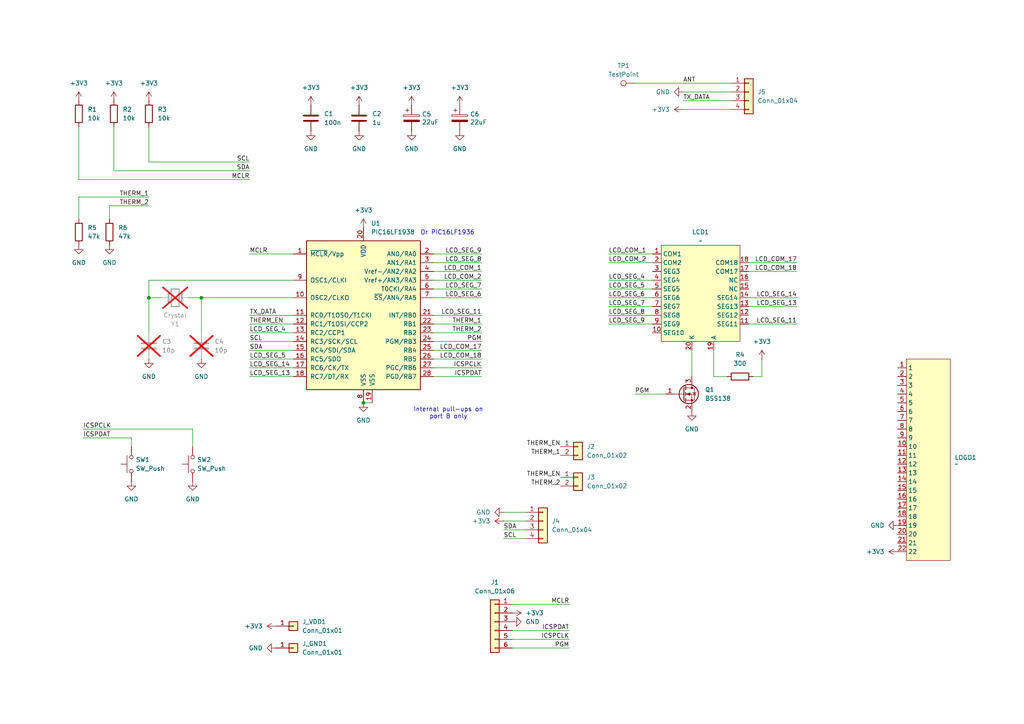
<source format=kicad_sch>
(kicad_sch (version 20231120) (generator "eeschema") (generator_version "8.0")
  (paper "A4")
  (title_block (title "LCD Thermometer PCB") (company "Nick Schollar"))
  (lib_symbols
    (symbol "Connector:TestPoint" (pin_numbers hide) (pin_names (offset 0.762) hide)
      (property "Reference" "TP" (at 0 6.858 0))
      (property "Value" "TestPoint" (at 0 5.08 0))
      (symbol "TestPoint_0_1"
        (circle (center 0 3.302) (radius 0.762))
      )
      (symbol "TestPoint_1_1"
        (pin passive line (at 0 0 90) (length 2.54) (name "1") (number "1"))
      )
    )
    (symbol "Connector_Generic:Conn_01x01" (pin_names (offset 1.016) hide)
      (property "Reference" "J" (at 0 2.54 0))
      (property "Value" "Conn_01x01" (at 0 -2.54 0))
      (symbol "Conn_01x01_1_1"
        (rectangle (start -1.27 0.127) (end 0 -0.127) (stroke (width 0.1524)))
        (rectangle (start -1.27 1.27) (end 1.27 -1.27) (stroke (width 0.254)) (fill (type background)))
        (pin passive line (at -5.08 0 0) (length 3.81) (name "Pin_1") (number "1"))
      )
    )
    (symbol "Connector_Generic:Conn_01x02" (pin_names (offset 1.016) hide)
      (property "Reference" "J" (at 0 2.54 0))
      (property "Value" "Conn_01x02" (at 0 -5.08 0))
      (symbol "Conn_01x02_1_1"
        (rectangle (start -1.27 -2.413) (end 0 -2.667) (stroke (width 0.1524)))
        (rectangle (start -1.27 0.127) (end 0 -0.127) (stroke (width 0.1524)))
        (rectangle (start -1.27 1.27) (end 1.27 -3.81) (stroke (width 0.254)) (fill (type background)))
        (pin passive line (at -5.08 0 0) (length 3.81) (name "Pin_1") (number "1"))
        (pin passive line (at -5.08 -2.54 0) (length 3.81) (name "Pin_2") (number "2"))
      )
    )
    (symbol "Connector_Generic:Conn_01x04" (pin_names (offset 1.016) hide)
      (property "Reference" "J" (at 0 5.08 0))
      (property "Value" "Conn_01x04" (at 0 -7.62 0))
      (symbol "Conn_01x04_1_1"
        (rectangle (start -1.27 -4.953) (end 0 -5.207) (stroke (width 0.1524)))
        (rectangle (start -1.27 -2.413) (end 0 -2.667) (stroke (width 0.1524)))
        (rectangle (start -1.27 0.127) (end 0 -0.127) (stroke (width 0.1524)))
        (rectangle (start -1.27 2.667) (end 0 2.413) (stroke (width 0.1524)))
        (rectangle (start -1.27 3.81) (end 1.27 -6.35) (stroke (width 0.254)) (fill (type background)))
        (pin passive line (at -5.08 2.54 0) (length 3.81) (name "Pin_1") (number "1"))
        (pin passive line (at -5.08 0 0) (length 3.81) (name "Pin_2") (number "2"))
        (pin passive line (at -5.08 -2.54 0) (length 3.81) (name "Pin_3") (number "3"))
        (pin passive line (at -5.08 -5.08 0) (length 3.81) (name "Pin_4") (number "4"))
      )
    )
    (symbol "Connector_Generic:Conn_01x06" (pin_names (offset 1.016) hide)
      (property "Reference" "J" (at 0 7.62 0))
      (property "Value" "Conn_01x06" (at 0 -10.16 0))
      (symbol "Conn_01x06_1_1"
        (rectangle (start -1.27 -7.493) (end 0 -7.747) (stroke (width 0.1524)))
        (rectangle (start -1.27 -4.953) (end 0 -5.207) (stroke (width 0.1524)))
        (rectangle (start -1.27 -2.413) (end 0 -2.667) (stroke (width 0.1524)))
        (rectangle (start -1.27 0.127) (end 0 -0.127) (stroke (width 0.1524)))
        (rectangle (start -1.27 2.667) (end 0 2.413) (stroke (width 0.1524)))
        (rectangle (start -1.27 5.207) (end 0 4.953) (stroke (width 0.1524)))
        (rectangle (start -1.27 6.35) (end 1.27 -8.89) (stroke (width 0.254)) (fill (type background)))
        (pin passive line (at -5.08 5.08 0) (length 3.81) (name "Pin_1") (number "1"))
        (pin passive line (at -5.08 2.54 0) (length 3.81) (name "Pin_2") (number "2"))
        (pin passive line (at -5.08 0 0) (length 3.81) (name "Pin_3") (number "3"))
        (pin passive line (at -5.08 -2.54 0) (length 3.81) (name "Pin_4") (number "4"))
        (pin passive line (at -5.08 -5.08 0) (length 3.81) (name "Pin_5") (number "5"))
        (pin passive line (at -5.08 -7.62 0) (length 3.81) (name "Pin_6") (number "6"))
      )
    )
    (symbol "Custom_LCDs:Kemo_2_4_DGL_Three_Digit_LCD"
      (property "Reference" "LCD" (at 0.254 15.494 0))
      (symbol "Kemo_2_4_DGL_Three_Digit_LCD_0_0"
        (pin unspecified line (at -13.97 11.43 0) (length 2.54) (name "COM1") (number "1"))
        (pin unspecified line (at -13.97 -11.43 0) (length 2.54) (name "SEG10") (number "10"))
        (pin unspecified line (at 13.97 -8.89 180) (length 2.54) (name "SEG11") (number "11"))
        (pin unspecified line (at 13.97 -6.35 180) (length 2.54) (name "SEG12") (number "12"))
        (pin unspecified line (at 13.97 -3.81 180) (length 2.54) (name "SEG13") (number "13"))
        (pin unspecified line (at 13.97 -1.27 180) (length 2.54) (name "SEG14") (number "14"))
        (pin unspecified line (at 13.97 1.27 180) (length 2.54) (name "NC") (number "15"))
        (pin unspecified line (at 13.97 3.81 180) (length 2.54) (name "NC") (number "16"))
        (pin unspecified line (at 13.97 6.35 180) (length 2.54) (name "COM17") (number "17"))
        (pin unspecified line (at 13.97 8.89 180) (length 2.54) (name "COM18") (number "18"))
        (pin unspecified line (at 3.81 -16.51 90) (length 2.54) (name "A") (number "19"))
        (pin unspecified line (at -13.97 8.89 0) (length 2.54) (name "COM2") (number "2"))
        (pin unspecified line (at -2.54 -16.51 90) (length 2.54) (name "K") (number "20"))
        (pin unspecified line (at -13.97 6.35 0) (length 2.54) (name "SEG3") (number "3"))
        (pin unspecified line (at -13.97 3.81 0) (length 2.54) (name "SEG4") (number "4"))
        (pin unspecified line (at -13.97 1.27 0) (length 2.54) (name "SEG5") (number "5"))
        (pin unspecified line (at -13.97 -1.27 0) (length 2.54) (name "SEG6") (number "6"))
        (pin unspecified line (at -13.97 -3.81 0) (length 2.54) (name "SEG7") (number "7"))
        (pin unspecified line (at -13.97 -6.35 0) (length 2.54) (name "SEG8") (number "8"))
        (pin unspecified line (at -13.97 -8.89 0) (length 2.54) (name "SEG9") (number "9"))
      )
      (symbol "Kemo_2_4_DGL_Three_Digit_LCD_0_1"
        (rectangle (start -11.43 13.97) (end 11.43 -13.97) (fill (type background)))
      )
    )
    (symbol "Custom_LCDs:LCD_DGL_Space_Filler"
      (property "Reference" "LOGO" (at 0 1.27 0))
      (symbol "LCD_DGL_Space_Filler_0_1"
        (rectangle (start -6.35 0) (end 6.35 -58.42) (fill (type background)))
      )
      (symbol "LCD_DGL_Space_Filler_1_1"
        (pin unspecified line (at -8.89 -2.54 0) (length 2.54) (name "1") (number "1"))
        (pin unspecified line (at -8.89 -25.4 0) (length 2.54) (name "10") (number "10"))
        (pin unspecified line (at -8.89 -27.94 0) (length 2.54) (name "11") (number "11"))
        (pin unspecified line (at -8.89 -30.48 0) (length 2.54) (name "12") (number "12"))
        (pin unspecified line (at -8.89 -33.02 0) (length 2.54) (name "13") (number "13"))
        (pin unspecified line (at -8.89 -35.56 0) (length 2.54) (name "14") (number "14"))
        (pin unspecified line (at -8.89 -38.1 0) (length 2.54) (name "15") (number "15"))
        (pin unspecified line (at -8.89 -40.64 0) (length 2.54) (name "16") (number "16"))
        (pin unspecified line (at -8.89 -43.18 0) (length 2.54) (name "17") (number "17"))
        (pin unspecified line (at -8.89 -45.72 0) (length 2.54) (name "18") (number "18"))
        (pin unspecified line (at -8.89 -48.26 0) (length 2.54) (name "19") (number "19"))
        (pin unspecified line (at -8.89 -5.08 0) (length 2.54) (name "2") (number "2"))
        (pin unspecified line (at -8.89 -50.8 0) (length 2.54) (name "20") (number "20"))
        (pin unspecified line (at -8.89 -53.34 0) (length 2.54) (name "21") (number "21"))
        (pin unspecified line (at -8.89 -55.88 0) (length 2.54) (name "22") (number "22"))
        (pin unspecified line (at -8.89 -7.62 0) (length 2.54) (name "3") (number "3"))
        (pin unspecified line (at -8.89 -10.16 0) (length 2.54) (name "4") (number "4"))
        (pin unspecified line (at -8.89 -12.7 0) (length 2.54) (name "5") (number "5"))
        (pin unspecified line (at -8.89 -15.24 0) (length 2.54) (name "6") (number "6"))
        (pin unspecified line (at -8.89 -17.78 0) (length 2.54) (name "7") (number "7"))
        (pin unspecified line (at -8.89 -20.32 0) (length 2.54) (name "8") (number "8"))
        (pin unspecified line (at -8.89 -22.86 0) (length 2.54) (name "9") (number "9"))
      )
    )
    (symbol "Device:C" (pin_numbers hide) (pin_names (offset 0.254))
      (property "Reference" "C" (at 0.635 2.54 0))
      (property "Value" "C" (at 0.635 -2.54 0))
      (symbol "C_0_1"
        (polyline (pts (xy -2.032 -0.762) (xy 2.032 -0.762)) (stroke (width 0.508)))
        (polyline (pts (xy -2.032 0.762) (xy 2.032 0.762)) (stroke (width 0.508)))
      )
      (symbol "C_1_1"
        (pin passive line (at 0 3.81 270) (length 2.794) (name "~") (number "1"))
        (pin passive line (at 0 -3.81 90) (length 2.794) (name "~") (number "2"))
      )
    )
    (symbol "Device:CP" (pin_numbers hide) (pin_names (offset 0.254))
      (property "Reference" "C" (at 0.635 2.54 0))
      (property "Value" "Device_CP" (at 0.635 -2.54 0))
      (symbol "CP_0_1"
        (rectangle (start -2.286 0.508) (end 2.286 1.016))
        (polyline (pts (xy -1.778 2.286) (xy -0.762 2.286)))
        (polyline (pts (xy -1.27 2.794) (xy -1.27 1.778)))
        (rectangle (start 2.286 -0.508) (end -2.286 -1.016) (fill (type outline)))
      )
      (symbol "CP_1_1"
        (pin passive line (at 0 3.81 270) (length 2.794) (name "~") (number "1"))
        (pin passive line (at 0 -3.81 90) (length 2.794) (name "~") (number "2"))
      )
    )
    (symbol "Device:Crystal" (pin_numbers hide) (pin_names (offset 1.016) hide)
      (property "Reference" "Y" (at 0 3.81 0))
      (property "Value" "Crystal" (at 0 -3.81 0))
      (symbol "Crystal_0_1"
        (rectangle (start -1.143 2.54) (end 1.143 -2.54) (stroke (width 0.3048)))
        (polyline (pts (xy -2.54 0) (xy -1.905 0)))
        (polyline (pts (xy -1.905 -1.27) (xy -1.905 1.27)) (stroke (width 0.508)))
        (polyline (pts (xy 1.905 -1.27) (xy 1.905 1.27)) (stroke (width 0.508)))
        (polyline (pts (xy 2.54 0) (xy 1.905 0)))
      )
      (symbol "Crystal_1_1"
        (pin passive line (at -3.81 0 0) (length 1.27) (name "1") (number "1"))
        (pin passive line (at 3.81 0 180) (length 1.27) (name "2") (number "2"))
      )
    )
    (symbol "Device:R" (pin_numbers hide) (pin_names (offset 0))
      (property "Reference" "R" (at 2.032 0 90))
      (property "Value" "R" (at 0 0 90))
      (symbol "R_0_1"
        (rectangle (start -1.016 -2.54) (end 1.016 2.54) (stroke (width 0.254)))
      )
      (symbol "R_1_1"
        (pin passive line (at 0 3.81 270) (length 1.27) (name "~") (number "1"))
        (pin passive line (at 0 -3.81 90) (length 1.27) (name "~") (number "2"))
      )
    )
    (symbol "MCU_Microchip_PIC16:PIC16F873-XXISO" (pin_names (offset 1.016))
      (property "Reference" "U" (at 2.54 25.4 0))
      (property "Value" "PIC16F873-XXISO" (at 2.54 22.86 0))
      (symbol "PIC16F873-XXISO_0_1"
        (rectangle (start -16.51 21.59) (end 16.51 -21.59) (stroke (width 0.254)) (fill (type background)))
      )
      (symbol "PIC16F873-XXISO_1_1"
        (pin input line (at -20.32 17.78 0) (length 3.81) (name "~{MCLR}/Vpp") (number "1"))
        (pin output line (at -20.32 5.08 0) (length 3.81) (name "OSC2/CLKO") (number "10"))
        (pin bidirectional line (at -20.32 0 0) (length 3.81) (name "RC0/T1OSO/T1CKI") (number "11"))
        (pin bidirectional line (at -20.32 -2.54 0) (length 3.81) (name "RC1/T1OSI/CCP2") (number "12"))
        (pin bidirectional line (at -20.32 -5.08 0) (length 3.81) (name "RC2/CCP1") (number "13"))
        (pin bidirectional line (at -20.32 -7.62 0) (length 3.81) (name "RC3/SCK/SCL") (number "14"))
        (pin bidirectional line (at -20.32 -10.16 0) (length 3.81) (name "RC4/SDI/SDA") (number "15"))
        (pin bidirectional line (at -20.32 -12.7 0) (length 3.81) (name "RC5/SDO") (number "16"))
        (pin bidirectional line (at -20.32 -15.24 0) (length 3.81) (name "RC6/CK/TX") (number "17"))
        (pin bidirectional line (at -20.32 -17.78 0) (length 3.81) (name "RC7/DT/RX") (number "18"))
        (pin power_in line (at 2.54 -25.4 90) (length 3.81) (name "VSS") (number "19"))
        (pin bidirectional line (at 20.32 17.78 180) (length 3.81) (name "AN0/RA0") (number "2"))
        (pin power_in line (at 0 25.4 270) (length 3.81) (name "VDD") (number "20"))
        (pin bidirectional line (at 20.32 0 180) (length 3.81) (name "INT/RB0") (number "21"))
        (pin bidirectional line (at 20.32 -2.54 180) (length 3.81) (name "RB1") (number "22"))
        (pin bidirectional line (at 20.32 -5.08 180) (length 3.81) (name "RB2") (number "23"))
        (pin bidirectional line (at 20.32 -7.62 180) (length 3.81) (name "PGM/RB3") (number "24"))
        (pin bidirectional line (at 20.32 -10.16 180) (length 3.81) (name "RB4") (number "25"))
        (pin bidirectional line (at 20.32 -12.7 180) (length 3.81) (name "RB5") (number "26"))
        (pin bidirectional line (at 20.32 -15.24 180) (length 3.81) (name "PGC/RB6") (number "27"))
        (pin bidirectional line (at 20.32 -17.78 180) (length 3.81) (name "PGD/RB7") (number "28"))
        (pin bidirectional line (at 20.32 15.24 180) (length 3.81) (name "AN1/RA1") (number "3"))
        (pin bidirectional line (at 20.32 12.7 180) (length 3.81) (name "Vref-/AN2/RA2") (number "4"))
        (pin bidirectional line (at 20.32 10.16 180) (length 3.81) (name "Vref+/AN3/RA3") (number "5"))
        (pin bidirectional line (at 20.32 7.62 180) (length 3.81) (name "T0CKI/RA4") (number "6"))
        (pin bidirectional line (at 20.32 5.08 180) (length 3.81) (name "~{SS}/AN4/RA5") (number "7"))
        (pin power_in line (at 0 -25.4 90) (length 3.81) (name "VSS") (number "8"))
        (pin input line (at -20.32 10.16 0) (length 3.81) (name "OSC1/CLKI") (number "9"))
      )
    )
    (symbol "Switch:SW_Push" (pin_numbers hide) (pin_names (offset 1.016) hide)
      (property "Reference" "SW" (at 1.27 2.54 0))
      (property "Value" "SW_Push" (at 0 -1.524 0))
      (symbol "SW_Push_0_1"
        (circle (center -2.032 0) (radius 0.508))
        (polyline (pts (xy 0 1.27) (xy 0 3.048)))
        (polyline (pts (xy 2.54 1.27) (xy -2.54 1.27)))
        (circle (center 2.032 0) (radius 0.508))
        (pin passive line (at -5.08 0 0) (length 2.54) (name "1") (number "1"))
        (pin passive line (at 5.08 0 180) (length 2.54) (name "2") (number "2"))
      )
    )
    (symbol "Transistor_FET:BSS138" (pin_names hide)
      (property "Reference" "Q" (at 5.08 1.905 0))
      (property "Value" "BSS138" (at 5.08 0 0))
      (symbol "BSS138_0_1"
        (polyline (pts (xy 0.254 0) (xy -2.54 0)))
        (polyline (pts (xy 0.254 1.905) (xy 0.254 -1.905)) (stroke (width 0.254)))
        (polyline (pts (xy 0.762 -1.27) (xy 0.762 -2.286)) (stroke (width 0.254)))
        (polyline (pts (xy 0.762 0.508) (xy 0.762 -0.508)) (stroke (width 0.254)))
        (polyline (pts (xy 0.762 2.286) (xy 0.762 1.27)) (stroke (width 0.254)))
        (polyline (pts (xy 2.54 2.54) (xy 2.54 1.778)))
        (polyline (pts (xy 2.54 -2.54) (xy 2.54 0) (xy 0.762 0)))
        (polyline (pts (xy 0.762 -1.778) (xy 3.302 -1.778) (xy 3.302 1.778) (xy 0.762 1.778)))
        (polyline (pts (xy 1.016 0) (xy 2.032 0.381) (xy 2.032 -0.381) (xy 1.016 0)) (fill (type outline)))
        (polyline (pts (xy 2.794 0.508) (xy 2.921 0.381) (xy 3.683 0.381) (xy 3.81 0.254)))
        (polyline (pts (xy 3.302 0.381) (xy 2.921 -0.254) (xy 3.683 -0.254) (xy 3.302 0.381)))
        (circle (center 1.651 0) (radius 2.794) (stroke (width 0.254)))
        (circle (center 2.54 -1.778) (radius 0.254) (fill (type outline)))
        (circle (center 2.54 1.778) (radius 0.254) (fill (type outline)))
      )
      (symbol "BSS138_1_1"
        (pin input line (at -5.08 0 0) (length 2.54) (name "G") (number "1"))
        (pin passive line (at 2.54 -5.08 90) (length 2.54) (name "S") (number "2"))
        (pin passive line (at 2.54 5.08 270) (length 2.54) (name "D") (number "3"))
      )
    )
    (symbol "power:+3V3" (power) (pin_numbers hide) (pin_names (offset 0) hide)
      (property "Value" "+3V3" (at 0 3.556 0))
      (symbol "+3V3_0_1"
        (polyline (pts (xy -0.762 1.27) (xy 0 2.54)))
        (polyline (pts (xy 0 0) (xy 0 2.54)))
        (polyline (pts (xy 0 2.54) (xy 0.762 1.27)))
      )
      (symbol "+3V3_1_1"
        (pin power_in line (at 0 0 90) (length 0) (name "~") (number "1"))
      )
    )
    (symbol "power:GND" (power) (pin_numbers hide) (pin_names (offset 0) hide)
      (property "Value" "GND" (at 0 -3.81 0))
      (symbol "GND_0_1"
        (polyline (pts (xy 0 0) (xy 0 -1.27) (xy 1.27 -1.27) (xy 0 -2.54) (xy -1.27 -1.27) (xy 0 -1.27)))
      )
      (symbol "GND_1_1"
        (pin power_in line (at 0 0 270) (length 0) (name "~") (number "1"))
      )
    )
  )
  (junction (at 105.41 116.84))
  (junction (at 58.42 86.36))
  (junction (at 43.18 86.36))
  (wire (pts (xy 43.18 46.99) (xy 43.18 36.83)))
  (wire (pts (xy 72.39 52.07) (xy 22.86 52.07)))
  (wire (pts (xy 72.39 46.99) (xy 43.18 46.99)))
  (wire (pts (xy 176.53 76.2) (xy 189.23 76.2)))
  (wire (pts (xy 43.18 59.69) (xy 31.75 59.69)))
  (wire (pts (xy 24.13 127) (xy 38.1 127)))
  (wire (pts (xy 184.15 114.3) (xy 193.04 114.3)))
  (wire (pts (xy 72.39 91.44) (xy 85.09 91.44)))
  (wire (pts (xy 22.86 57.15) (xy 22.86 63.5)))
  (wire (pts (xy 231.14 86.36) (xy 217.17 86.36)))
  (wire (pts (xy 72.39 109.22) (xy 85.09 109.22)))
  (wire (pts (xy 165.1 182.88) (xy 148.59 182.88)))
  (wire (pts (xy 22.86 52.07) (xy 22.86 36.83)))
  (wire (pts (xy 139.7 99.06) (xy 125.73 99.06)))
  (wire (pts (xy 22.86 57.15) (xy 43.18 57.15)))
  (wire (pts (xy 72.39 49.53) (xy 33.02 49.53)))
  (wire (pts (xy 207.01 109.22) (xy 207.01 101.6)))
  (wire (pts (xy 85.09 81.28) (xy 43.18 81.28)))
  (wire (pts (xy 58.42 86.36) (xy 85.09 86.36)))
  (wire (pts (xy 146.05 156.21) (xy 152.4 156.21)))
  (wire (pts (xy 139.7 93.98) (xy 125.73 93.98)))
  (wire (pts (xy 210.82 109.22) (xy 207.01 109.22)))
  (wire (pts (xy 139.7 81.28) (xy 125.73 81.28)))
  (wire (pts (xy 33.02 49.53) (xy 33.02 36.83)))
  (wire (pts (xy 72.39 93.98) (xy 85.09 93.98)))
  (wire (pts (xy 38.1 127) (xy 38.1 129.54)))
  (wire (pts (xy 54.61 86.36) (xy 58.42 86.36)))
  (wire (pts (xy 24.13 124.46) (xy 55.88 124.46)))
  (wire (pts (xy 72.39 101.6) (xy 85.09 101.6)))
  (wire (pts (xy 146.05 153.67) (xy 152.4 153.67)))
  (wire (pts (xy 200.66 101.6) (xy 200.66 109.22)))
  (wire (pts (xy 176.53 73.66) (xy 189.23 73.66)))
  (wire (pts (xy 220.98 109.22) (xy 218.44 109.22)))
  (wire (pts (xy 139.7 83.82) (xy 125.73 83.82)))
  (wire (pts (xy 231.14 76.2) (xy 217.17 76.2)))
  (wire (pts (xy 72.39 99.06) (xy 85.09 99.06)))
  (wire (pts (xy 198.12 26.67) (xy 212.09 26.67)))
  (wire (pts (xy 72.39 96.52) (xy 85.09 96.52)))
  (wire (pts (xy 176.53 91.44) (xy 189.23 91.44)))
  (wire (pts (xy 43.18 86.36) (xy 46.99 86.36)))
  (wire (pts (xy 139.7 86.36) (xy 125.73 86.36)))
  (wire (pts (xy 165.1 185.42) (xy 148.59 185.42)))
  (wire (pts (xy 43.18 86.36) (xy 43.18 96.52)))
  (wire (pts (xy 139.7 104.14) (xy 125.73 104.14)))
  (wire (pts (xy 105.41 116.84) (xy 107.95 116.84)))
  (wire (pts (xy 139.7 109.22) (xy 125.73 109.22)))
  (wire (pts (xy 139.7 73.66) (xy 125.73 73.66)))
  (wire (pts (xy 139.7 78.74) (xy 125.73 78.74)))
  (wire (pts (xy 231.14 78.74) (xy 217.17 78.74)))
  (wire (pts (xy 184.15 24.13) (xy 212.09 24.13)))
  (wire (pts (xy 176.53 88.9) (xy 189.23 88.9)))
  (wire (pts (xy 55.88 124.46) (xy 55.88 129.54)))
  (wire (pts (xy 139.7 101.6) (xy 125.73 101.6)))
  (wire (pts (xy 146.05 148.59) (xy 152.4 148.59)))
  (wire (pts (xy 231.14 93.98) (xy 217.17 93.98)))
  (wire (pts (xy 139.7 106.68) (xy 125.73 106.68)))
  (wire (pts (xy 72.39 104.14) (xy 85.09 104.14)))
  (wire (pts (xy 139.7 76.2) (xy 125.73 76.2)))
  (wire (pts (xy 176.53 83.82) (xy 189.23 83.82)))
  (wire (pts (xy 165.1 175.26) (xy 148.59 175.26)))
  (wire (pts (xy 231.14 88.9) (xy 217.17 88.9)))
  (wire (pts (xy 220.98 104.14) (xy 220.98 109.22)))
  (wire (pts (xy 176.53 93.98) (xy 189.23 93.98)))
  (wire (pts (xy 43.18 81.28) (xy 43.18 86.36)))
  (wire (pts (xy 176.53 81.28) (xy 189.23 81.28)))
  (wire (pts (xy 139.7 96.52) (xy 125.73 96.52)))
  (wire (pts (xy 139.7 91.44) (xy 125.73 91.44)))
  (wire (pts (xy 165.1 187.96) (xy 148.59 187.96)))
  (wire (pts (xy 72.39 73.66) (xy 85.09 73.66)))
  (wire (pts (xy 146.05 151.13) (xy 152.4 151.13)))
  (wire (pts (xy 198.12 29.21) (xy 212.09 29.21)))
  (wire (pts (xy 72.39 106.68) (xy 85.09 106.68)))
  (wire (pts (xy 58.42 86.36) (xy 58.42 96.52)))
  (wire (pts (xy 198.12 31.75) (xy 212.09 31.75)))
  (wire (pts (xy 176.53 86.36) (xy 189.23 86.36)))
  (wire (pts (xy 31.75 59.69) (xy 31.75 63.5)))
  (text "Or PIC16LF1936" (at 129.794 67.564 0) (effects (font (size 1.27 1.27))))
  (text "Internal pull-ups on\nport B only" (at 130.048 119.888 0) (effects (font (size 1.27 1.27))))
  (label "LCD_SEG_8" (at 176.53 91.44 0))
  (label "PGM" (at 165.1 187.96 180))
  (label "LCD_COM_17" (at 231.14 76.2 180))
  (label "TX_DATA" (at 72.39 91.44 0))
  (label "PGM" (at 139.7 99.06 180))
  (label "LCD_SEG_7" (at 176.53 88.9 0))
  (label "LCD_SEG_11" (at 231.14 93.98 180))
  (label "LCD_SEG_14" (at 72.39 106.68 0))
  (label "MCLR" (at 72.39 73.66 0))
  (label "THERM_1" (at 43.18 57.15 180))
  (label "LCD_SEG_5" (at 176.53 83.82 0))
  (label "LCD_COM_1" (at 176.53 73.66 0))
  (label "LCD_SEG_8" (at 139.7 76.2 180))
  (label "THERM_EN" (at 72.39 93.98 0))
  (label "MCLR" (at 165.1 175.26 180))
  (label "LCD_SEG_4" (at 176.53 81.28 0))
  (label "THERM_2" (at 43.18 59.69 180))
  (label "PGM" (at 184.15 114.3 0))
  (label "LCD_COM_18" (at 231.14 78.74 180))
  (label "ICSPDAT" (at 24.13 127 0))
  (label "LCD_COM_17" (at 139.7 101.6 180))
  (label "ICSPCLK" (at 165.1 185.42 180))
  (label "SDA" (at 72.39 101.6 0))
  (label "LCD_SEG_14" (at 231.14 86.36 180))
  (label "LCD_SEG_6" (at 139.7 86.36 180))
  (label "ICSPCLK" (at 139.7 106.68 180))
  (label "ANT" (at 198.12 24.13 0))
  (label "LCD_COM_1" (at 139.7 78.74 180))
  (label "ICSPDAT" (at 165.1 182.88 180))
  (label "THERM_1" (at 139.7 93.98 180))
  (label "THERM_2" (at 162.56 140.97 180))
  (label "LCD_SEG_5" (at 72.39 104.14 0))
  (label "LCD_COM_2" (at 139.7 81.28 180))
  (label "SCL" (at 72.39 99.06 0))
  (label "MCLR" (at 72.39 52.07 180))
  (label "THERM_1" (at 162.56 132.08 180))
  (label "LCD_COM_18" (at 139.7 104.14 180))
  (label "SCL" (at 72.39 46.99 180))
  (label "LCD_SEG_6" (at 176.53 86.36 0))
  (label "THERM_EN" (at 162.56 129.54 180))
  (label "LCD_SEG_11" (at 139.7 91.44 180))
  (label "LCD_SEG_7" (at 139.7 83.82 180))
  (label "LCD_SEG_13" (at 72.39 109.22 0))
  (label "SDA" (at 72.39 49.53 180))
  (label "SCL" (at 146.05 156.21 0))
  (label "ICSPCLK" (at 24.13 124.46 0))
  (label "LCD_SEG_4" (at 72.39 96.52 0))
  (label "SDA" (at 146.05 153.67 0))
  (label "THERM_2" (at 139.7 96.52 180))
  (label "ICSPDAT" (at 139.7 109.22 180))
  (label "LCD_SEG_9" (at 176.53 93.98 0))
  (label "TX_DATA" (at 198.12 29.21 0))
  (label "LCD_COM_2" (at 176.53 76.2 0))
  (label "THERM_EN" (at 162.56 138.43 180))
  (label "LCD_SEG_9" (at 139.7 73.66 180))
  (label "LCD_SEG_13" (at 231.14 88.9 180))
  (symbol (lib_id "Connector_Generic:Conn_01x02") (at 167.64 138.43 0) (unit 1)
    (property "Reference" "J3" (at 170.18 138.4299 0) (effects (justify left)))
    (property "Value" "Conn_01x02" (at 170.18 140.9699 0) (effects (justify left)))
    (property "Footprint" "Connector_PinHeader_2.54mm:PinHeader_1x02_P2.54mm_Vertical" (effects (hide yes)))
    (property "Description" "Generic connector, single row, 01x02, script generated (kicad-library-utils/schlib/autogen/connector/)" (effects (hide yes)))
  )
  (symbol (lib_id "Device:CP") (at 133.35 34.29 0) (unit 1)
    (property "Reference" "C6" (at 136.3472 33.1216 0) (effects (justify left)))
    (property "Value" "22uF" (at 136.3472 35.433 0) (effects (justify left)))
    (property "Footprint" "Capacitor_SMD:CP_Elec_6.3x5.4" (effects (hide yes)))
    (property "Farnell Link" "https://uk.farnell.com/panasonic/eeeha1e220p/cap-22-f-25v-radial-smd/dp/1973323" (effects (hide yes)))
    (property "RS Link" "https://uk.rs-online.com/web/p/aluminium-capacitors/5370691/" (effects (hide yes)))
    (property "Preferred Supplier" "Farnell" (effects (hide yes)))
  )
  (symbol (lib_id "Connector_Generic:Conn_01x01") (at 85.09 187.96 0) (unit 1)
    (property "Reference" "J_GND1" (at 87.63 186.6899 0) (effects (justify left)))
    (property "Value" "Conn_01x01" (at 87.63 189.2299 0) (effects (justify left)))
    (property "Footprint" "Connector_Wire:SolderWire-1sqmm_1x01_D1.4mm_OD2.7mm" (effects (hide yes)))
    (property "Description" "Generic connector, single row, 01x01, script generated (kicad-library-utils/schlib/autogen/connector/)" (effects (hide yes)))
  )
  (symbol (lib_id "power:GND") (at 198.12 26.67 270) (unit 1)
    (property "Reference" "#PWR024" (effects (hide yes)))
    (property "Value" "GND" (at 194.31 26.6699 90) (effects (justify right)))
    (property "Description" "Power symbol creates a global label with name \"GND\" , ground" (effects (hide yes)))
  )
  (symbol (lib_id "Device:CP") (at 119.38 34.29 0) (unit 1)
    (property "Reference" "C5" (at 122.3772 33.1216 0) (effects (justify left)))
    (property "Value" "22uF" (at 122.3772 35.433 0) (effects (justify left)))
    (property "Footprint" "Capacitor_SMD:CP_Elec_6.3x5.4" (effects (hide yes)))
    (property "Farnell Link" "https://uk.farnell.com/panasonic/eeeha1e220p/cap-22-f-25v-radial-smd/dp/1973323" (effects (hide yes)))
    (property "RS Link" "https://uk.rs-online.com/web/p/aluminium-capacitors/5370691/" (effects (hide yes)))
    (property "Preferred Supplier" "Farnell" (effects (hide yes)))
  )
  (symbol (lib_id "Custom_LCDs:Kemo_2_4_DGL_Three_Digit_LCD") (at 203.2 85.09 0) (unit 1)
    (property "Reference" "LCD1" (at 203.2 67.31 0))
    (property "Value" "~" (at 203.2 69.85 0))
    (property "Footprint" "Custom_LCDs:Kemo_2_4_DGL_Three_Digit_LCD_Edge_BL" (effects (hide yes)))
  )
  (symbol (lib_id "power:+3V3") (at 104.14 30.48 0) (unit 1)
    (property "Reference" "#PWR08" (effects (hide yes)))
    (property "Value" "+3V3" (at 104.14 25.4 0))
    (property "Description" "Power symbol creates a global label with name \"+3V3\"" (effects (hide yes)))
  )
  (symbol (lib_id "power:+3V3") (at 90.17 30.48 0) (unit 1)
    (property "Reference" "#PWR04" (effects (hide yes)))
    (property "Value" "+3V3" (at 90.17 25.4 0))
    (property "Description" "Power symbol creates a global label with name \"+3V3\"" (effects (hide yes)))
  )
  (symbol (lib_id "Connector_Generic:Conn_01x04") (at 217.17 26.67 0) (unit 1)
    (property "Reference" "J5" (at 219.71 26.6699 0) (effects (justify left)))
    (property "Value" "Conn_01x04" (at 219.71 29.2099 0) (effects (justify left)))
    (property "Footprint" "Connector_PinHeader_2.54mm:PinHeader_1x04_P2.54mm_Vertical" (effects (hide yes)))
    (property "Description" "Generic connector, single row, 01x04, script generated (kicad-library-utils/schlib/autogen/connector/)" (effects (hide yes)))
  )
  (symbol (lib_id "Device:C") (at 43.18 100.33 0) (unit 1) (dnp yes)
    (property "Reference" "C3" (at 46.99 99.0599 0) (effects (justify left)))
    (property "Value" "10p" (at 46.99 101.5999 0) (effects (justify left)))
    (property "Footprint" "Capacitor_SMD:C_0603_1608Metric" (effects (hide yes)))
    (property "Description" "Unpolarized capacitor" (effects (hide yes)))
  )
  (symbol (lib_id "power:GND") (at 90.17 38.1 0) (unit 1)
    (property "Reference" "#PWR01" (effects (hide yes)))
    (property "Value" "GND" (at 90.17 43.18 0))
    (property "Description" "Power symbol creates a global label with name \"GND\" , ground" (effects (hide yes)))
  )
  (symbol (lib_id "Device:C") (at 58.42 100.33 0) (unit 1) (dnp yes)
    (property "Reference" "C4" (at 62.23 99.0599 0) (effects (justify left)))
    (property "Value" "10p" (at 62.23 101.5999 0) (effects (justify left)))
    (property "Footprint" "Capacitor_SMD:C_0603_1608Metric" (effects (hide yes)))
    (property "Description" "Unpolarized capacitor" (effects (hide yes)))
  )
  (symbol (lib_id "power:GND") (at 148.59 180.34 90) (unit 1)
    (property "Reference" "#PWR06" (effects (hide yes)))
    (property "Value" "GND" (at 152.4 180.3399 90) (effects (justify right)))
    (property "Description" "Power symbol creates a global label with name \"GND\" , ground" (effects (hide yes)))
  )
  (symbol (lib_id "power:+3V3") (at 148.59 177.8 270) (unit 1)
    (property "Reference" "#PWR07" (effects (hide yes)))
    (property "Value" "+3V3" (at 152.4 177.7999 90) (effects (justify left)))
    (property "Description" "Power symbol creates a global label with name \"+3V3\"" (effects (hide yes)))
  )
  (symbol (lib_id "Custom_LCDs:LCD_DGL_Space_Filler") (at 269.24 104.14 0) (unit 1)
    (property "Reference" "LOGO1" (at 276.86 132.7149 0) (effects (justify left)))
    (property "Value" "~" (at 276.86 134.62 0) (effects (justify left)))
    (property "Footprint" "Custom_LCDs:LCD_DGL_Space_Filler" (effects (hide yes)))
  )
  (symbol (lib_id "Connector_Generic:Conn_01x04") (at 157.48 151.13 0) (unit 1)
    (property "Reference" "J4" (at 160.02 151.1299 0) (effects (justify left)))
    (property "Value" "Conn_01x04" (at 160.02 153.6699 0) (effects (justify left)))
    (property "Footprint" "Connector_JST:JST_SH_SM04B-SRSS-TB_1x04-1MP_P1.00mm_Horizontal" (effects (hide yes)))
    (property "Description" "Generic connector, single row, 01x04, script generated (kicad-library-utils/schlib/autogen/connector/)" (effects (hide yes)))
  )
  (symbol (lib_id "power:+3V3") (at 260.35 160.02 90) (unit 1)
    (property "Reference" "#PWR030" (effects (hide yes)))
    (property "Value" "+3V3" (at 256.54 160.0199 90) (effects (justify left)))
    (property "Description" "Power symbol creates a global label with name \"+3V3\"" (effects (hide yes)))
  )
  (symbol (lib_id "power:GND") (at 31.75 71.12 0) (unit 1)
    (property "Reference" "#PWR018" (effects (hide yes)))
    (property "Value" "GND" (at 31.75 76.2 0))
    (property "Description" "Power symbol creates a global label with name \"GND\" , ground" (effects (hide yes)))
  )
  (symbol (lib_id "Device:C") (at 104.14 34.29 0) (unit 1)
    (property "Reference" "C2" (at 107.95 33.0199 0) (effects (justify left)))
    (property "Value" "1u" (at 107.95 35.5599 0) (effects (justify left)))
    (property "Footprint" "Capacitor_SMD:C_0603_1608Metric" (effects (hide yes)))
    (property "Description" "Unpolarized capacitor" (effects (hide yes)))
  )
  (symbol (lib_id "power:GND") (at 55.88 139.7 0) (unit 1)
    (property "Reference" "#PWR017" (effects (hide yes)))
    (property "Value" "GND" (at 55.88 144.78 0))
    (property "Description" "Power symbol creates a global label with name \"GND\" , ground" (effects (hide yes)))
  )
  (symbol (lib_id "power:+3V3") (at 220.98 104.14 0) (unit 1)
    (property "Reference" "#PWR014" (effects (hide yes)))
    (property "Value" "+3V3" (at 220.98 99.06 0))
    (property "Description" "Power symbol creates a global label with name \"+3V3\"" (effects (hide yes)))
  )
  (symbol (lib_id "power:+3V3") (at 198.12 31.75 90) (unit 1)
    (property "Reference" "#PWR025" (effects (hide yes)))
    (property "Value" "+3V3" (at 194.31 31.7499 90) (effects (justify left)))
    (property "Description" "Power symbol creates a global label with name \"+3V3\"" (effects (hide yes)))
  )
  (symbol (lib_id "Device:R") (at 43.18 33.02 0) (unit 1)
    (property "Reference" "R3" (at 45.72 31.7499 0) (effects (justify left)))
    (property "Value" "10k" (at 45.72 34.2899 0) (effects (justify left)))
    (property "Footprint" "Resistor_SMD:R_0603_1608Metric" (effects (hide yes)))
    (property "Description" "Resistor" (effects (hide yes)))
  )
  (symbol (lib_id "power:GND") (at 260.35 152.4 270) (unit 1)
    (property "Reference" "#PWR031" (effects (hide yes)))
    (property "Value" "GND" (at 256.54 152.3999 90) (effects (justify right)))
    (property "Description" "Power symbol creates a global label with name \"GND\" , ground" (effects (hide yes)))
  )
  (symbol (lib_id "Device:Crystal") (at 50.8 86.36 0) (mirror x) (unit 1) (dnp yes)
    (property "Reference" "Y1" (at 50.8 93.98 0))
    (property "Value" "Crystal" (at 50.8 91.44 0))
    (property "Footprint" "Crystal:Crystal_SMD_HC49-SD" (effects (hide yes)))
    (property "Description" "Two pin crystal" (effects (hide yes)))
  )
  (symbol (lib_id "power:+3V3") (at 80.01 181.61 90) (unit 1)
    (property "Reference" "#PWR023" (effects (hide yes)))
    (property "Value" "+3V3" (at 76.2 181.6099 90) (effects (justify left)))
    (property "Description" "Power symbol creates a global label with name \"+3V3\"" (effects (hide yes)))
  )
  (symbol (lib_id "power:+3V3") (at 105.41 66.04 0) (unit 1)
    (property "Reference" "#PWR03" (effects (hide yes)))
    (property "Value" "+3V3" (at 105.41 60.96 0))
    (property "Description" "Power symbol creates a global label with name \"+3V3\"" (effects (hide yes)))
  )
  (symbol (lib_id "Transistor_FET:BSS138") (at 198.12 114.3 0) (unit 1)
    (property "Reference" "Q1" (at 204.47 113.0299 0) (effects (justify left)))
    (property "Value" "BSS138" (at 204.47 115.5699 0) (effects (justify left)))
    (property "Footprint" "Package_TO_SOT_SMD:SOT-23" (effects (hide yes)))
    (property "Datasheet" "https://www.onsemi.com/pub/Collateral/BSS138-D.PDF" (effects (hide yes)))
    (property "Description" "50V Vds, 0.22A Id, N-Channel MOSFET, SOT-23" (effects (hide yes)))
  )
  (symbol (lib_id "power:+3V3") (at 43.18 29.21 0) (unit 1)
    (property "Reference" "#PWR013" (effects (hide yes)))
    (property "Value" "+3V3" (at 43.18 24.13 0))
    (property "Description" "Power symbol creates a global label with name \"+3V3\"" (effects (hide yes)))
  )
  (symbol (lib_id "Device:R") (at 31.75 67.31 0) (unit 1)
    (property "Reference" "R6" (at 34.29 66.0399 0) (effects (justify left)))
    (property "Value" "47k" (at 34.29 68.5799 0) (effects (justify left)))
    (property "Footprint" "Resistor_SMD:R_0603_1608Metric" (effects (hide yes)))
    (property "Description" "Resistor" (effects (hide yes)))
  )
  (symbol (lib_id "Device:R") (at 33.02 33.02 0) (unit 1)
    (property "Reference" "R2" (at 35.56 31.7499 0) (effects (justify left)))
    (property "Value" "10k" (at 35.56 34.2899 0) (effects (justify left)))
    (property "Footprint" "Resistor_SMD:R_0603_1608Metric" (effects (hide yes)))
    (property "Description" "Resistor" (effects (hide yes)))
  )
  (symbol (lib_id "power:GND") (at 119.38 38.1 0) (unit 1)
    (property "Reference" "#PWR028" (effects (hide yes)))
    (property "Value" "GND" (at 119.38 43.18 0))
    (property "Description" "Power symbol creates a global label with name \"GND\" , ground" (effects (hide yes)))
  )
  (symbol (lib_id "power:+3V3") (at 146.05 151.13 90) (unit 1)
    (property "Reference" "#PWR021" (effects (hide yes)))
    (property "Value" "+3V3" (at 142.24 151.1299 90) (effects (justify left)))
    (property "Description" "Power symbol creates a global label with name \"+3V3\"" (effects (hide yes)))
  )
  (symbol (lib_id "Switch:SW_Push") (at 55.88 134.62 90) (unit 1)
    (property "Reference" "SW2" (at 57.15 133.3499 90) (effects (justify right)))
    (property "Value" "SW_Push" (at 57.15 135.8899 90) (effects (justify right)))
    (property "Footprint" "Button_Switch_THT:SW_PUSH_1P1T_6x3.5mm_H4.3_APEM_MJTP1243" (effects (hide yes)))
    (property "Description" "Push button switch, generic, two pins" (effects (hide yes)))
  )
  (symbol (lib_id "power:GND") (at 105.41 116.84 0) (unit 1)
    (property "Reference" "#PWR02" (effects (hide yes)))
    (property "Value" "GND" (at 105.41 121.92 0))
    (property "Description" "Power symbol creates a global label with name \"GND\" , ground" (effects (hide yes)))
  )
  (symbol (lib_id "power:GND") (at 133.35 38.1 0) (unit 1)
    (property "Reference" "#PWR029" (effects (hide yes)))
    (property "Value" "GND" (at 133.35 43.18 0))
    (property "Description" "Power symbol creates a global label with name \"GND\" , ground" (effects (hide yes)))
  )
  (symbol (lib_id "power:GND") (at 200.66 119.38 0) (unit 1)
    (property "Reference" "#PWR015" (effects (hide yes)))
    (property "Value" "GND" (at 200.66 124.46 0))
    (property "Description" "Power symbol creates a global label with name \"GND\" , ground" (effects (hide yes)))
  )
  (symbol (lib_id "power:+3V3") (at 33.02 29.21 0) (unit 1)
    (property "Reference" "#PWR012" (effects (hide yes)))
    (property "Value" "+3V3" (at 33.02 24.13 0))
    (property "Description" "Power symbol creates a global label with name \"+3V3\"" (effects (hide yes)))
  )
  (symbol (lib_id "Device:R") (at 214.63 109.22 90) (unit 1)
    (property "Reference" "R4" (at 214.63 102.87 90))
    (property "Value" "300" (at 214.63 105.41 90))
    (property "Footprint" "Resistor_SMD:R_0603_1608Metric" (effects (hide yes)))
    (property "Description" "Resistor" (effects (hide yes)))
  )
  (symbol (lib_id "Device:R") (at 22.86 33.02 0) (unit 1)
    (property "Reference" "R1" (at 25.4 31.7499 0) (effects (justify left)))
    (property "Value" "10k" (at 25.4 34.2899 0) (effects (justify left)))
    (property "Footprint" "Resistor_SMD:R_0603_1608Metric" (effects (hide yes)))
    (property "Description" "Resistor" (effects (hide yes)))
  )
  (symbol (lib_id "MCU_Microchip_PIC16:PIC16F873-XXISO") (at 105.41 91.44 0) (unit 1)
    (property "Reference" "U1" (at 107.6041 64.77 0) (effects (justify left)))
    (property "Value" "PIC16LF1938" (at 107.6041 67.31 0) (effects (justify left)))
    (property "Footprint" "Package_SO:SOIC-28W_7.5x17.9mm_P1.27mm" (effects (hide yes)))
    (property "Datasheet" "http://ww1.microchip.com/downloads/en/DeviceDoc/30292C.pdf" (effects (hide yes)))
    (property "Description" "PIC16F873, 4K Flash, 192B SRAM, 128B EEPROM, SOIC28" (effects (hide yes)))
  )
  (symbol (lib_id "power:GND") (at 43.18 104.14 0) (unit 1)
    (property "Reference" "#PWR010" (effects (hide yes)))
    (property "Value" "GND" (at 43.18 109.22 0))
    (property "Description" "Power symbol creates a global label with name \"GND\" , ground" (effects (hide yes)))
  )
  (symbol (lib_id "Connector_Generic:Conn_01x06") (at 143.51 180.34 0) (mirror y) (unit 1)
    (property "Reference" "J1" (at 143.51 168.91 0))
    (property "Value" "Conn_01x06" (at 143.51 171.45 0))
    (property "Footprint" "Connector_PinHeader_2.54mm:PinHeader_1x06_P2.54mm_Vertical" (effects (hide yes)))
    (property "Description" "Generic connector, single row, 01x06, script generated (kicad-library-utils/schlib/autogen/connector/)" (effects (hide yes)))
  )
  (symbol (lib_id "power:+3V3") (at 119.38 30.48 0) (unit 1)
    (property "Reference" "#PWR026" (effects (hide yes)))
    (property "Value" "+3V3" (at 119.38 25.4 0))
    (property "Description" "Power symbol creates a global label with name \"+3V3\"" (effects (hide yes)))
  )
  (symbol (lib_id "power:GND") (at 58.42 104.14 0) (unit 1)
    (property "Reference" "#PWR011" (effects (hide yes)))
    (property "Value" "GND" (at 58.42 109.22 0))
    (property "Description" "Power symbol creates a global label with name \"GND\" , ground" (effects (hide yes)))
  )
  (symbol (lib_id "power:+3V3") (at 133.35 30.48 0) (unit 1)
    (property "Reference" "#PWR027" (effects (hide yes)))
    (property "Value" "+3V3" (at 133.35 25.4 0))
    (property "Description" "Power symbol creates a global label with name \"+3V3\"" (effects (hide yes)))
  )
  (symbol (lib_id "power:GND") (at 146.05 148.59 270) (unit 1)
    (property "Reference" "#PWR020" (effects (hide yes)))
    (property "Value" "GND" (at 142.24 148.5899 90) (effects (justify right)))
    (property "Description" "Power symbol creates a global label with name \"GND\" , ground" (effects (hide yes)))
  )
  (symbol (lib_id "Connector:TestPoint") (at 184.15 24.13 90) (unit 1)
    (property "Reference" "TP1" (at 180.848 19.05 90))
    (property "Value" "TestPoint" (at 180.848 21.59 90))
    (property "Footprint" "TestPoint:TestPoint_Pad_1.5x1.5mm" (effects (hide yes)))
    (property "Description" "test point" (effects (hide yes)))
  )
  (symbol (lib_id "power:GND") (at 38.1 139.7 0) (unit 1)
    (property "Reference" "#PWR016" (effects (hide yes)))
    (property "Value" "GND" (at 38.1 144.78 0))
    (property "Description" "Power symbol creates a global label with name \"GND\" , ground" (effects (hide yes)))
  )
  (symbol (lib_id "Connector_Generic:Conn_01x01") (at 85.09 181.61 0) (unit 1)
    (property "Reference" "J_VDD1" (at 87.63 180.3399 0) (effects (justify left)))
    (property "Value" "Conn_01x01" (at 87.63 182.8799 0) (effects (justify left)))
    (property "Footprint" "Connector_Wire:SolderWire-1sqmm_1x01_D1.4mm_OD2.7mm" (effects (hide yes)))
    (property "Description" "Generic connector, single row, 01x01, script generated (kicad-library-utils/schlib/autogen/connector/)" (effects (hide yes)))
  )
  (symbol (lib_id "Device:R") (at 22.86 67.31 0) (unit 1)
    (property "Reference" "R5" (at 25.4 66.0399 0) (effects (justify left)))
    (property "Value" "47k" (at 25.4 68.5799 0) (effects (justify left)))
    (property "Footprint" "Resistor_SMD:R_0603_1608Metric" (effects (hide yes)))
    (property "Description" "Resistor" (effects (hide yes)))
  )
  (symbol (lib_id "power:GND") (at 80.01 187.96 270) (unit 1)
    (property "Reference" "#PWR022" (effects (hide yes)))
    (property "Value" "GND" (at 76.2 187.9599 90) (effects (justify right)))
    (property "Description" "Power symbol creates a global label with name \"GND\" , ground" (effects (hide yes)))
  )
  (symbol (lib_id "Device:C") (at 90.17 34.29 0) (unit 1)
    (property "Reference" "C1" (at 93.98 33.0199 0) (effects (justify left)))
    (property "Value" "100n" (at 93.98 35.5599 0) (effects (justify left)))
    (property "Footprint" "Capacitor_SMD:C_0603_1608Metric" (effects (hide yes)))
    (property "Description" "Unpolarized capacitor" (effects (hide yes)))
  )
  (symbol (lib_id "power:GND") (at 22.86 71.12 0) (unit 1)
    (property "Reference" "#PWR019" (effects (hide yes)))
    (property "Value" "GND" (at 22.86 76.2 0))
    (property "Description" "Power symbol creates a global label with name \"GND\" , ground" (effects (hide yes)))
  )
  (symbol (lib_id "power:+3V3") (at 22.86 29.21 0) (unit 1)
    (property "Reference" "#PWR05" (effects (hide yes)))
    (property "Value" "+3V3" (at 22.86 24.13 0))
    (property "Description" "Power symbol creates a global label with name \"+3V3\"" (effects (hide yes)))
  )
  (symbol (lib_id "Switch:SW_Push") (at 38.1 134.62 90) (unit 1)
    (property "Reference" "SW1" (at 39.37 133.3499 90) (effects (justify right)))
    (property "Value" "SW_Push" (at 39.37 135.8899 90) (effects (justify right)))
    (property "Footprint" "Button_Switch_THT:SW_PUSH_1P1T_6x3.5mm_H4.3_APEM_MJTP1243" (effects (hide yes)))
    (property "Description" "Push button switch, generic, two pins" (effects (hide yes)))
  )
  (symbol (lib_id "Connector_Generic:Conn_01x02") (at 167.64 129.54 0) (unit 1)
    (property "Reference" "J2" (at 170.18 129.5399 0) (effects (justify left)))
    (property "Value" "Conn_01x02" (at 170.18 132.0799 0) (effects (justify left)))
    (property "Footprint" "Connector_PinHeader_2.54mm:PinHeader_1x02_P2.54mm_Vertical" (effects (hide yes)))
    (property "Description" "Generic connector, single row, 01x02, script generated (kicad-library-utils/schlib/autogen/connector/)" (effects (hide yes)))
  )
  (symbol (lib_id "power:GND") (at 104.14 38.1 0) (unit 1)
    (property "Reference" "#PWR09" (effects (hide yes)))
    (property "Value" "GND" (at 104.14 43.18 0))
    (property "Description" "Power symbol creates a global label with name \"GND\" , ground" (effects (hide yes)))
  )
)
</source>
